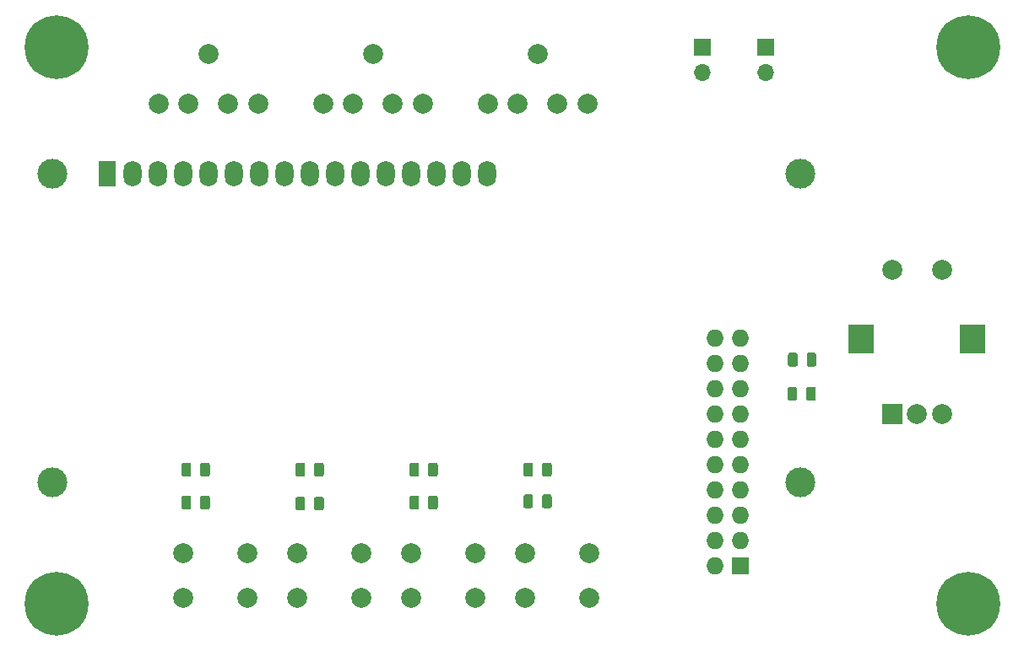
<source format=gbs>
G04 #@! TF.GenerationSoftware,KiCad,Pcbnew,5.99.0-unknown-43514a1~86~ubuntu18.04.1*
G04 #@! TF.CreationDate,2020-02-15T14:01:29+00:00*
G04 #@! TF.ProjectId,UI,55492e6b-6963-4616-945f-706362585858,rev?*
G04 #@! TF.SameCoordinates,Original*
G04 #@! TF.FileFunction,Soldermask,Bot*
G04 #@! TF.FilePolarity,Negative*
%FSLAX46Y46*%
G04 Gerber Fmt 4.6, Leading zero omitted, Abs format (unit mm)*
G04 Created by KiCad (PCBNEW 5.99.0-unknown-43514a1~86~ubuntu18.04.1) date 2020-02-15 14:01:29*
%MOMM*%
%LPD*%
G01*
G04 APERTURE LIST*
%ADD10O,1.700000X1.700000*%
%ADD11R,1.700000X1.700000*%
%ADD12C,2.000000*%
%ADD13R,2.000000X2.000000*%
%ADD14R,2.500000X3.000000*%
%ADD15C,3.000000*%
%ADD16O,1.800000X2.600000*%
%ADD17R,1.800000X2.600000*%
%ADD18O,1.727200X1.727200*%
%ADD19R,1.727200X1.727200*%
%ADD20C,6.400000*%
G04 APERTURE END LIST*
G36*
X153069529Y-99518554D02*
G01*
X153148607Y-99571393D01*
X153201446Y-99650471D01*
X153220000Y-99743750D01*
X153220000Y-100656250D01*
X153201446Y-100749529D01*
X153148607Y-100828607D01*
X153069529Y-100881446D01*
X152976250Y-100900000D01*
X152488750Y-100900000D01*
X152395471Y-100881446D01*
X152316393Y-100828607D01*
X152263554Y-100749529D01*
X152245000Y-100656250D01*
X152245000Y-99743750D01*
X152263554Y-99650471D01*
X152316393Y-99571393D01*
X152395471Y-99518554D01*
X152488750Y-99500000D01*
X152976250Y-99500000D01*
X153069529Y-99518554D01*
G37*
G36*
X154944529Y-99518554D02*
G01*
X155023607Y-99571393D01*
X155076446Y-99650471D01*
X155095000Y-99743750D01*
X155095000Y-100656250D01*
X155076446Y-100749529D01*
X155023607Y-100828607D01*
X154944529Y-100881446D01*
X154851250Y-100900000D01*
X154363750Y-100900000D01*
X154270471Y-100881446D01*
X154191393Y-100828607D01*
X154138554Y-100749529D01*
X154120000Y-100656250D01*
X154120000Y-99743750D01*
X154138554Y-99650471D01*
X154191393Y-99571393D01*
X154270471Y-99518554D01*
X154363750Y-99500000D01*
X154851250Y-99500000D01*
X154944529Y-99518554D01*
G37*
G36*
X141639529Y-99645554D02*
G01*
X141718607Y-99698393D01*
X141771446Y-99777471D01*
X141790000Y-99870750D01*
X141790000Y-100783250D01*
X141771446Y-100876529D01*
X141718607Y-100955607D01*
X141639529Y-101008446D01*
X141546250Y-101027000D01*
X141058750Y-101027000D01*
X140965471Y-101008446D01*
X140886393Y-100955607D01*
X140833554Y-100876529D01*
X140815000Y-100783250D01*
X140815000Y-99870750D01*
X140833554Y-99777471D01*
X140886393Y-99698393D01*
X140965471Y-99645554D01*
X141058750Y-99627000D01*
X141546250Y-99627000D01*
X141639529Y-99645554D01*
G37*
G36*
X143514529Y-99645554D02*
G01*
X143593607Y-99698393D01*
X143646446Y-99777471D01*
X143665000Y-99870750D01*
X143665000Y-100783250D01*
X143646446Y-100876529D01*
X143593607Y-100955607D01*
X143514529Y-101008446D01*
X143421250Y-101027000D01*
X142933750Y-101027000D01*
X142840471Y-101008446D01*
X142761393Y-100955607D01*
X142708554Y-100876529D01*
X142690000Y-100783250D01*
X142690000Y-99870750D01*
X142708554Y-99777471D01*
X142761393Y-99698393D01*
X142840471Y-99645554D01*
X142933750Y-99627000D01*
X143421250Y-99627000D01*
X143514529Y-99645554D01*
G37*
G36*
X130209529Y-99743554D02*
G01*
X130288607Y-99796393D01*
X130341446Y-99875471D01*
X130360000Y-99968750D01*
X130360000Y-100881250D01*
X130341446Y-100974529D01*
X130288607Y-101053607D01*
X130209529Y-101106446D01*
X130116250Y-101125000D01*
X129628750Y-101125000D01*
X129535471Y-101106446D01*
X129456393Y-101053607D01*
X129403554Y-100974529D01*
X129385000Y-100881250D01*
X129385000Y-99968750D01*
X129403554Y-99875471D01*
X129456393Y-99796393D01*
X129535471Y-99743554D01*
X129628750Y-99725000D01*
X130116250Y-99725000D01*
X130209529Y-99743554D01*
G37*
G36*
X132084529Y-99743554D02*
G01*
X132163607Y-99796393D01*
X132216446Y-99875471D01*
X132235000Y-99968750D01*
X132235000Y-100881250D01*
X132216446Y-100974529D01*
X132163607Y-101053607D01*
X132084529Y-101106446D01*
X131991250Y-101125000D01*
X131503750Y-101125000D01*
X131410471Y-101106446D01*
X131331393Y-101053607D01*
X131278554Y-100974529D01*
X131260000Y-100881250D01*
X131260000Y-99968750D01*
X131278554Y-99875471D01*
X131331393Y-99796393D01*
X131410471Y-99743554D01*
X131503750Y-99725000D01*
X131991250Y-99725000D01*
X132084529Y-99743554D01*
G37*
G36*
X118779529Y-99645554D02*
G01*
X118858607Y-99698393D01*
X118911446Y-99777471D01*
X118930000Y-99870750D01*
X118930000Y-100783250D01*
X118911446Y-100876529D01*
X118858607Y-100955607D01*
X118779529Y-101008446D01*
X118686250Y-101027000D01*
X118198750Y-101027000D01*
X118105471Y-101008446D01*
X118026393Y-100955607D01*
X117973554Y-100876529D01*
X117955000Y-100783250D01*
X117955000Y-99870750D01*
X117973554Y-99777471D01*
X118026393Y-99698393D01*
X118105471Y-99645554D01*
X118198750Y-99627000D01*
X118686250Y-99627000D01*
X118779529Y-99645554D01*
G37*
G36*
X120654529Y-99645554D02*
G01*
X120733607Y-99698393D01*
X120786446Y-99777471D01*
X120805000Y-99870750D01*
X120805000Y-100783250D01*
X120786446Y-100876529D01*
X120733607Y-100955607D01*
X120654529Y-101008446D01*
X120561250Y-101027000D01*
X120073750Y-101027000D01*
X119980471Y-101008446D01*
X119901393Y-100955607D01*
X119848554Y-100876529D01*
X119830000Y-100783250D01*
X119830000Y-99870750D01*
X119848554Y-99777471D01*
X119901393Y-99698393D01*
X119980471Y-99645554D01*
X120073750Y-99627000D01*
X120561250Y-99627000D01*
X120654529Y-99645554D01*
G37*
D10*
X170180000Y-57150000D03*
D11*
X170180000Y-54610000D03*
G36*
X179563529Y-88726554D02*
G01*
X179642607Y-88779393D01*
X179695446Y-88858471D01*
X179714000Y-88951750D01*
X179714000Y-89864250D01*
X179695446Y-89957529D01*
X179642607Y-90036607D01*
X179563529Y-90089446D01*
X179470250Y-90108000D01*
X178982750Y-90108000D01*
X178889471Y-90089446D01*
X178810393Y-90036607D01*
X178757554Y-89957529D01*
X178739000Y-89864250D01*
X178739000Y-88951750D01*
X178757554Y-88858471D01*
X178810393Y-88779393D01*
X178889471Y-88726554D01*
X178982750Y-88708000D01*
X179470250Y-88708000D01*
X179563529Y-88726554D01*
G37*
G36*
X181438529Y-88726554D02*
G01*
X181517607Y-88779393D01*
X181570446Y-88858471D01*
X181589000Y-88951750D01*
X181589000Y-89864250D01*
X181570446Y-89957529D01*
X181517607Y-90036607D01*
X181438529Y-90089446D01*
X181345250Y-90108000D01*
X180857750Y-90108000D01*
X180764471Y-90089446D01*
X180685393Y-90036607D01*
X180632554Y-89957529D01*
X180614000Y-89864250D01*
X180614000Y-88951750D01*
X180632554Y-88858471D01*
X180685393Y-88779393D01*
X180764471Y-88726554D01*
X180857750Y-88708000D01*
X181345250Y-88708000D01*
X181438529Y-88726554D01*
G37*
D12*
X151670000Y-60300000D03*
X155670000Y-60300000D03*
X158670000Y-60300000D03*
X148670000Y-60300000D03*
X153670000Y-55300000D03*
D10*
X176530000Y-57150000D03*
D11*
X176530000Y-54610000D03*
G36*
X179612529Y-85297554D02*
G01*
X179691607Y-85350393D01*
X179744446Y-85429471D01*
X179763000Y-85522750D01*
X179763000Y-86435250D01*
X179744446Y-86528529D01*
X179691607Y-86607607D01*
X179612529Y-86660446D01*
X179519250Y-86679000D01*
X179031750Y-86679000D01*
X178938471Y-86660446D01*
X178859393Y-86607607D01*
X178806554Y-86528529D01*
X178788000Y-86435250D01*
X178788000Y-85522750D01*
X178806554Y-85429471D01*
X178859393Y-85350393D01*
X178938471Y-85297554D01*
X179031750Y-85279000D01*
X179519250Y-85279000D01*
X179612529Y-85297554D01*
G37*
G36*
X181487529Y-85297554D02*
G01*
X181566607Y-85350393D01*
X181619446Y-85429471D01*
X181638000Y-85522750D01*
X181638000Y-86435250D01*
X181619446Y-86528529D01*
X181566607Y-86607607D01*
X181487529Y-86660446D01*
X181394250Y-86679000D01*
X180906750Y-86679000D01*
X180813471Y-86660446D01*
X180734393Y-86607607D01*
X180681554Y-86528529D01*
X180663000Y-86435250D01*
X180663000Y-85522750D01*
X180681554Y-85429471D01*
X180734393Y-85350393D01*
X180813471Y-85297554D01*
X180906750Y-85279000D01*
X181394250Y-85279000D01*
X181487529Y-85297554D01*
G37*
D12*
X118650000Y-60300000D03*
X122650000Y-60300000D03*
X125650000Y-60300000D03*
X115650000Y-60300000D03*
X120650000Y-55300000D03*
X135160000Y-60300000D03*
X139160000Y-60300000D03*
X142160000Y-60300000D03*
X132160000Y-60300000D03*
X137160000Y-55300000D03*
D13*
X189230000Y-91440000D03*
D12*
X191730000Y-91440000D03*
X194230000Y-91440000D03*
D14*
X186130000Y-83940000D03*
X197330000Y-83940000D03*
D12*
X189230000Y-76940000D03*
X194230000Y-76940000D03*
X158900000Y-105410000D03*
X158900000Y-109910000D03*
X152400000Y-105410000D03*
X152400000Y-109910000D03*
X147470000Y-105410000D03*
X147470000Y-109910000D03*
X140970000Y-105410000D03*
X140970000Y-109910000D03*
X136040000Y-105410000D03*
X136040000Y-109910000D03*
X129540000Y-105410000D03*
X129540000Y-109910000D03*
X124610000Y-105410000D03*
X124610000Y-109910000D03*
X118110000Y-105410000D03*
X118110000Y-109910000D03*
G36*
X154944529Y-96343554D02*
G01*
X155023607Y-96396393D01*
X155076446Y-96475471D01*
X155095000Y-96568750D01*
X155095000Y-97481250D01*
X155076446Y-97574529D01*
X155023607Y-97653607D01*
X154944529Y-97706446D01*
X154851250Y-97725000D01*
X154363750Y-97725000D01*
X154270471Y-97706446D01*
X154191393Y-97653607D01*
X154138554Y-97574529D01*
X154120000Y-97481250D01*
X154120000Y-96568750D01*
X154138554Y-96475471D01*
X154191393Y-96396393D01*
X154270471Y-96343554D01*
X154363750Y-96325000D01*
X154851250Y-96325000D01*
X154944529Y-96343554D01*
G37*
G36*
X153069529Y-96343554D02*
G01*
X153148607Y-96396393D01*
X153201446Y-96475471D01*
X153220000Y-96568750D01*
X153220000Y-97481250D01*
X153201446Y-97574529D01*
X153148607Y-97653607D01*
X153069529Y-97706446D01*
X152976250Y-97725000D01*
X152488750Y-97725000D01*
X152395471Y-97706446D01*
X152316393Y-97653607D01*
X152263554Y-97574529D01*
X152245000Y-97481250D01*
X152245000Y-96568750D01*
X152263554Y-96475471D01*
X152316393Y-96396393D01*
X152395471Y-96343554D01*
X152488750Y-96325000D01*
X152976250Y-96325000D01*
X153069529Y-96343554D01*
G37*
G36*
X143514529Y-96343554D02*
G01*
X143593607Y-96396393D01*
X143646446Y-96475471D01*
X143665000Y-96568750D01*
X143665000Y-97481250D01*
X143646446Y-97574529D01*
X143593607Y-97653607D01*
X143514529Y-97706446D01*
X143421250Y-97725000D01*
X142933750Y-97725000D01*
X142840471Y-97706446D01*
X142761393Y-97653607D01*
X142708554Y-97574529D01*
X142690000Y-97481250D01*
X142690000Y-96568750D01*
X142708554Y-96475471D01*
X142761393Y-96396393D01*
X142840471Y-96343554D01*
X142933750Y-96325000D01*
X143421250Y-96325000D01*
X143514529Y-96343554D01*
G37*
G36*
X141639529Y-96343554D02*
G01*
X141718607Y-96396393D01*
X141771446Y-96475471D01*
X141790000Y-96568750D01*
X141790000Y-97481250D01*
X141771446Y-97574529D01*
X141718607Y-97653607D01*
X141639529Y-97706446D01*
X141546250Y-97725000D01*
X141058750Y-97725000D01*
X140965471Y-97706446D01*
X140886393Y-97653607D01*
X140833554Y-97574529D01*
X140815000Y-97481250D01*
X140815000Y-96568750D01*
X140833554Y-96475471D01*
X140886393Y-96396393D01*
X140965471Y-96343554D01*
X141058750Y-96325000D01*
X141546250Y-96325000D01*
X141639529Y-96343554D01*
G37*
G36*
X132084529Y-96343554D02*
G01*
X132163607Y-96396393D01*
X132216446Y-96475471D01*
X132235000Y-96568750D01*
X132235000Y-97481250D01*
X132216446Y-97574529D01*
X132163607Y-97653607D01*
X132084529Y-97706446D01*
X131991250Y-97725000D01*
X131503750Y-97725000D01*
X131410471Y-97706446D01*
X131331393Y-97653607D01*
X131278554Y-97574529D01*
X131260000Y-97481250D01*
X131260000Y-96568750D01*
X131278554Y-96475471D01*
X131331393Y-96396393D01*
X131410471Y-96343554D01*
X131503750Y-96325000D01*
X131991250Y-96325000D01*
X132084529Y-96343554D01*
G37*
G36*
X130209529Y-96343554D02*
G01*
X130288607Y-96396393D01*
X130341446Y-96475471D01*
X130360000Y-96568750D01*
X130360000Y-97481250D01*
X130341446Y-97574529D01*
X130288607Y-97653607D01*
X130209529Y-97706446D01*
X130116250Y-97725000D01*
X129628750Y-97725000D01*
X129535471Y-97706446D01*
X129456393Y-97653607D01*
X129403554Y-97574529D01*
X129385000Y-97481250D01*
X129385000Y-96568750D01*
X129403554Y-96475471D01*
X129456393Y-96396393D01*
X129535471Y-96343554D01*
X129628750Y-96325000D01*
X130116250Y-96325000D01*
X130209529Y-96343554D01*
G37*
G36*
X120654529Y-96343554D02*
G01*
X120733607Y-96396393D01*
X120786446Y-96475471D01*
X120805000Y-96568750D01*
X120805000Y-97481250D01*
X120786446Y-97574529D01*
X120733607Y-97653607D01*
X120654529Y-97706446D01*
X120561250Y-97725000D01*
X120073750Y-97725000D01*
X119980471Y-97706446D01*
X119901393Y-97653607D01*
X119848554Y-97574529D01*
X119830000Y-97481250D01*
X119830000Y-96568750D01*
X119848554Y-96475471D01*
X119901393Y-96396393D01*
X119980471Y-96343554D01*
X120073750Y-96325000D01*
X120561250Y-96325000D01*
X120654529Y-96343554D01*
G37*
G36*
X118779529Y-96343554D02*
G01*
X118858607Y-96396393D01*
X118911446Y-96475471D01*
X118930000Y-96568750D01*
X118930000Y-97481250D01*
X118911446Y-97574529D01*
X118858607Y-97653607D01*
X118779529Y-97706446D01*
X118686250Y-97725000D01*
X118198750Y-97725000D01*
X118105471Y-97706446D01*
X118026393Y-97653607D01*
X117973554Y-97574529D01*
X117955000Y-97481250D01*
X117955000Y-96568750D01*
X117973554Y-96475471D01*
X118026393Y-96396393D01*
X118105471Y-96343554D01*
X118198750Y-96325000D01*
X118686250Y-96325000D01*
X118779529Y-96343554D01*
G37*
D15*
X179990000Y-67310000D03*
X179989480Y-98310700D03*
X104990900Y-98310700D03*
X104990900Y-67310000D03*
D16*
X148590000Y-67310000D03*
X146050000Y-67310000D03*
X143510000Y-67310000D03*
X140970000Y-67310000D03*
X138430000Y-67310000D03*
X135890000Y-67310000D03*
X133350000Y-67310000D03*
X130810000Y-67310000D03*
X128270000Y-67310000D03*
X125730000Y-67310000D03*
X123190000Y-67310000D03*
X120650000Y-67310000D03*
X118110000Y-67310000D03*
X115570000Y-67310000D03*
X113030000Y-67310000D03*
D17*
X110490000Y-67310000D03*
D18*
X171450000Y-83820000D03*
X173990000Y-83820000D03*
X171450000Y-86360000D03*
X173990000Y-86360000D03*
X171450000Y-88900000D03*
X173990000Y-88900000D03*
X171450000Y-91440000D03*
X173990000Y-91440000D03*
X171450000Y-93980000D03*
X173990000Y-93980000D03*
X171450000Y-96520000D03*
X173990000Y-96520000D03*
X171450000Y-99060000D03*
X173990000Y-99060000D03*
X171450000Y-101600000D03*
X173990000Y-101600000D03*
X171450000Y-104140000D03*
X173990000Y-104140000D03*
X171450000Y-106680000D03*
D19*
X173990000Y-106680000D03*
D20*
X196850000Y-54610000D03*
X196850000Y-110490000D03*
X105410000Y-110490000D03*
X105410000Y-54610000D03*
M02*

</source>
